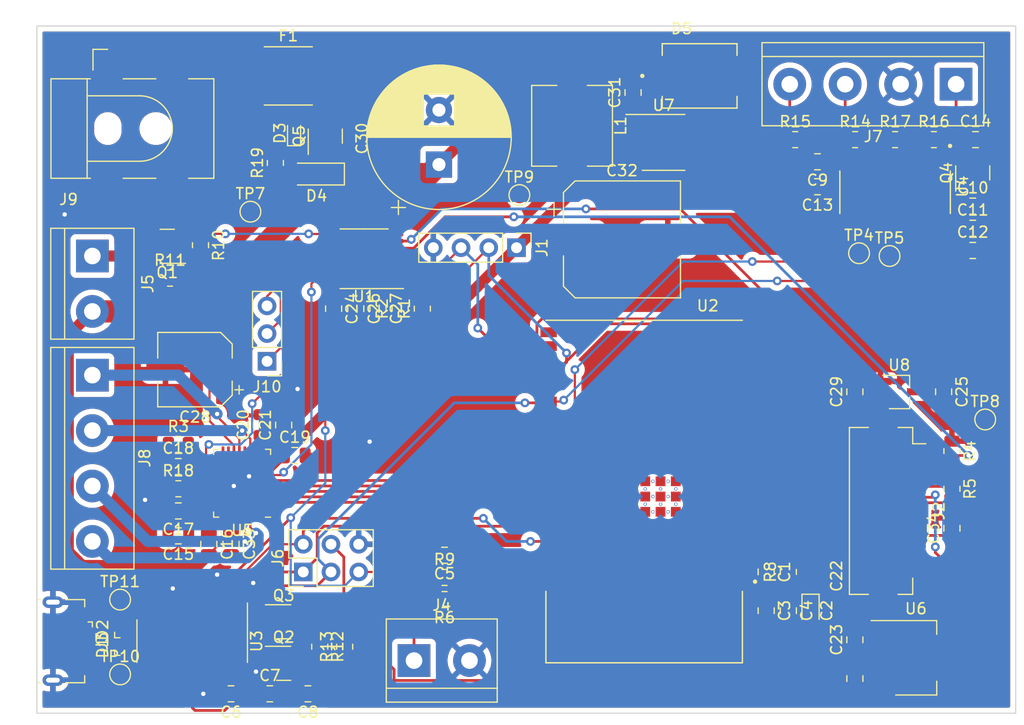
<source format=kicad_pcb>
(kicad_pcb (version 20211014) (generator pcbnew)
  (layers (0 "F.Cu" signal) (31 "B.Cu" signal) (34 "B.Paste" user) (35 "F.Paste" user) (36 "B.SilkS" user "B.Silkscreen") (37 "F.SilkS" user "F.Silkscreen") (38 "B.Mask" user) (39 "F.Mask" user) (44 "Edge.Cuts" user))
  (net 0 "")
  (net 1 "/EN")
  (net 2 "GND")
  (net 3 "+3V3")
  (net 4 "/BTN")
  (net 5 "Net-(C9-Pad1)")
  (net 6 "Net-(C9-Pad2)")
  (net 7 "Net-(C13-Pad1)")
  (net 8 "Net-(C14-Pad1)")
  (net 9 "Net-(C15-Pad1)")
  (net 10 "Net-(C15-Pad2)")
  (net 11 "Net-(C16-Pad1)")
  (net 12 "+24V")
  (net 13 "Net-(C17-Pad1)")
  (net 14 "/Stepper_driver/5VOUT")
  (net 15 "+1V2")
  (net 16 "+2V8")
  (net 17 "Net-(D1-Pad2)")
  (net 18 "Net-(D2-Pad2)")
  (net 19 "Net-(D3-Pad2)")
  (net 20 "Net-(D4-Pad2)")
  (net 21 "/I2C_SCL")
  (net 22 "/I2C_SDA")
  (net 25 "Net-(J5-Pad1)")
  (net 26 "/DBG_TX")
  (net 27 "/DBG_RX")
  (net 28 "/IO0")
  (net 29 "Net-(J7-Pad3)")
  (net 30 "Net-(J7-Pad4)")
  (net 31 "Net-(J8-Pad1)")
  (net 32 "Net-(J8-Pad2)")
  (net 33 "Net-(J8-Pad3)")
  (net 34 "Net-(J8-Pad4)")
  (net 35 "Net-(F1-Pad1)")
  (net 36 "Net-(Q1-Pad1)")
  (net 37 "Net-(Q2-Pad1)")
  (net 38 "Net-(Q2-Pad2)")
  (net 39 "Net-(Q3-Pad1)")
  (net 40 "Net-(Q3-Pad2)")
  (net 41 "/CAM_PWN")
  (net 42 "/CAM_RST")
  (net 43 "/LEDS")
  (net 44 "Net-(R16-Pad1)")
  (net 45 "Net-(D5-PadC)")
  (net 46 "/WEIGHT_CLK")
  (net 47 "/STEPPER_EN")
  (net 48 "/STEPPER_DIR")
  (net 49 "/CAM_Y7")
  (net 50 "/CAM_Y6")
  (net 51 "/CAM_Y8")
  (net 52 "/CAM_Y4")
  (net 53 "/STEPPER_SDO")
  (net 54 "/CAM_Y2")
  (net 55 "/CAM_Y5")
  (net 56 "/CAM_Y3")
  (net 57 "/STEPPER_SCK")
  (net 61 "/CAM_PCLK")
  (net 62 "/STEPPER_STEP")
  (net 64 "/STEPPER_CS")
  (net 65 "/CAM_XCLK")
  (net 66 "/CAM_VSYNC")
  (net 69 "/STEPPER_SDI")
  (net 70 "/CAM_HREF")
  (net 71 "/CAM_Y9")
  (net 82 "Net-(J10-Pad1)")
  (net 91 "Net-(J10-Pad2)")
  (net 92 "Net-(J10-Pad3)")
  (net 93 "Net-(Q4-Pad1)")
  (net 94 "Net-(R3-Pad2)")
  (net 98 "Net-(J4-Pad1)")
  (footprint "Capacitor_SMD:C_0805_2012Metric" (layer "F.Cu") (at 41.082 103.378 180)
    (fp_text reference "C8")
    (fp_text value "10nF")
  )
  (footprint "Capacitor_SMD:C_0805_2012Metric" (layer "F.Cu") (at 45.466 68.072 -90)
    (fp_text reference "C26")
    (fp_text value "100nF")
  )
  (footprint "Capacitor_SMD:C_0805_2012Metric" (layer "F.Cu") (at 53.594 90.678 180)
    (fp_text reference "C5")
    (fp_text value "100nF")
  )
  (footprint "Connector_PinHeader_2.54mm:PinHeader_1x03_P2.54mm_Vertical" (layer "F.Cu") (at 37.338 72.898 180)
    (fp_text reference "J10")
    (fp_text value "Conn_01x03_Male")
  )
  (footprint "Capacitor_SMD:C_0805_2012Metric" (layer "F.Cu") (at 29.21 82.55)
    (fp_text reference "C18")
    (fp_text value "4.7uF")
  )
  (footprint "TestPoint:TestPoint_Pad_D1.5mm" (layer "F.Cu") (at 91.567 62.992)
    (fp_text reference "TP4")
    (fp_text value "TestPoint")
  )
  (footprint "Resistor_SMD:R_0805_2012Metric" (layer "F.Cu") (at 85.09 92.202 90)
    (fp_text reference "R8")
    (fp_text value "10k")
  )
  (footprint "TestPoint:TestPoint_Pad_D1.5mm" (layer "F.Cu") (at 103.124 78.232)
    (fp_text reference "TP8")
    (fp_text value "TestPoint")
  )
  (footprint "Capacitor_SMD:C_0805_2012Metric" (layer "F.Cu") (at 87.757 56.896 180)
    (fp_text reference "C13")
    (fp_text value "1uF")
  )
  (footprint "TerminalBlock:TerminalBlock_bornier-4_P5.08mm" (layer "F.Cu") (at 100.457 47.498 180)
    (fp_text reference "J7")
    (fp_text value "weight")
  )
  (footprint "Resistor_SMD:R_0805_2012Metric" (layer "F.Cu") (at 85.725 52.578)
    (fp_text reference "R15")
    (fp_text value "100")
  )
  (footprint "Capacitor_SMD:C_0805_2012Metric" (layer "F.Cu") (at 87.757 54.61 180)
    (fp_text reference "C9")
    (fp_text value "100nF")
  )
  (footprint "Resistor_SMD:R_0805_2012Metric" (layer "F.Cu") (at 51.562 68.072 90)
    (fp_text reference "R1")
    (fp_text value "10k")
  )
  (footprint "hamboard:Diodes_DFN1006" (layer "F.Cu") (at 23.876 99.156 90)
    (fp_text reference "D1")
    (fp_text value "ESD9B5.0ST5G")
  )
  (footprint "Resistor_SMD:R_0805_2012Metric" (layer "F.Cu") (at 53.594 92.71)
    (fp_text reference "R9")
    (fp_text value "10k")
  )
  (footprint "Package_TO_SOT_SMD:SOT-223-3_TabPin2" (layer "F.Cu") (at 96.774 100.076)
    (fp_text reference "U6")
    (fp_text value "AMS1117-1.2")
  )
  (footprint "Resistor_SMD:R_0805_2012Metric" (layer "F.Cu") (at 42.164 99.06 -90)
    (fp_text reference "R12")
    (fp_text value "10k")
  )
  (footprint "Connector_PinHeader_2.54mm:PinHeader_1x04_P2.54mm_Vertical" (layer "F.Cu") (at 60.188 62.484 -90)
    (fp_text reference "J1")
    (fp_text value "i2c")
  )
  (footprint "Package_SO:SOIC-8_3.9x4.9mm_P1.27mm" (layer "F.Cu") (at 73.66 52.832)
    (fp_text reference "U7")
    (fp_text value "xl1509-3v3")
  )
  (footprint "lib:XCVR_ESP32-WROVER-E-N4R8" (layer "F.Cu") (at 71.882 84.836 180)
    (fp_text reference "U2")
    (fp_text value "ESP32-WROVER-E")
  )
  (footprint "Capacitor_THT:CP_Radial_D13.0mm_P5.00mm" (layer "F.Cu") (at 53.086 54.864 90)
    (fp_text reference "C30")
    (fp_text value "680uF/50V")
  )
  (footprint "Connector_PinHeader_2.54mm:PinHeader_2x03_P2.54mm_Vertical" (layer "F.Cu") (at 40.655 92.207 90)
    (fp_text reference "J6")
    (fp_text value "programmer")
  )
  (footprint "Connector_BarrelJack:BarrelJack_CLIFF_FC681465S_SMT_Horizontal" (layer "F.Cu") (at 25.654 51.562)
    (fp_text reference "J9")
    (fp_text value "Barrel_Jack")
  )
  (footprint "Capacitor_SMD:CP_Elec_6.3x7.7" (layer "F.Cu") (at 30.734 73.66 180)
    (fp_text reference "C28")
    (fp_text value "47uF")
  )
  (footprint "Capacitor_SMD:C_0805_2012Metric" (layer "F.Cu") (at 91.186 75.692 90)
    (fp_text reference "C29")
    (fp_text value "1uF")
  )
  (footprint "Resistor_SMD:R_0805_2012Metric" (layer "F.Cu") (at 49.53 68.072 90)
    (fp_text reference "R2")
    (fp_text value "10k")
  )
  (footprint "Inductor_SMD:L_7.3x7.3_H3.5" (layer "F.Cu") (at 65.278 51.308 -90)
    (fp_text reference "L1")
    (fp_text value "47uH/2A, MWSA0603S-470MT")
  )
  (footprint "Diode_SMD:D_SOD-523" (layer "F.Cu") (at 39.812 51.986 90)
    (fp_text reference "D3")
    (fp_text value "SD24_SOD523")
  )
  (footprint "Package_SO:SOP-16_3.9x9.9mm_P1.27mm" (layer "F.Cu") (at 30.48 98.552 -90)
    (fp_text reference "U3")
    (fp_text value "CH340C")
  )
  (footprint "TestPoint:TestPoint_Pad_D1.5mm" (layer "F.Cu") (at 60.452 57.658)
    (fp_text reference "TP9")
    (fp_text value "TestPoint")
  )
  (footprint "Package_DFN_QFN:QFN-36-1EP_5x6mm_P0.5mm_EP3.6x4.1mm" (layer "F.Cu") (at 35.052 84.074 180)
    (fp_text reference "U5")
    (fp_text value "TMC2130-LA")
  )
  (footprint "Resistor_SMD:R_0805_2012Metric" (layer "F.Cu") (at 29.21 80.518)
    (fp_text reference "R3")
    (fp_text value "9k1")
  )
  (footprint "Resistor_SMD:R_0805_2012Metric" (layer "F.Cu") (at 38.1 54.7135 90)
    (fp_text reference "R19")
    (fp_text value "12k")
  )
  (footprint "Package_SO:TSSOP-16_4.4x5mm_P0.65mm" (layer "F.Cu") (at 46.228 63.5 180)
    (fp_text reference "U1")
    (fp_text value "PCA9557PW")
  )
  (footprint "Resistor_SMD:R_0805_2012Metric" (layer "F.Cu") (at 28.448 65.278)
    (fp_text reference "R11")
    (fp_text value "10k")
  )
  (footprint "Package_TO_SOT_SMD:SOT-23" (layer "F.Cu") (at 38.862 100.584)
    (fp_text reference "Q2")
    (fp_text value "S8050")
  )
  (footprint "Capacitor_SMD:C_0805_2012Metric" (layer "F.Cu") (at 101.981 58.674)
    (fp_text reference "C10")
    (fp_text value "1uF")
  )
  (footprint "lib:SOP127P600X180-16N" (layer "F.Cu") (at 94.869 57.404 -90)
    (fp_text reference "U4")
    (fp_text value "HX711")
  )
  (footprint "Capacitor_SMD:CP_Elec_10x10.5" (layer "F.Cu") (at 69.85 61.722)
    (fp_text reference "C32")
    (fp_text value "330uF/35V")
  )
  (footprint "TestPoint:TestPoint_Pad_D1.5mm" (layer "F.Cu") (at 23.876 94.742)
    (fp_text reference "TP11")
    (fp_text value "TestPoint")
  )
  (footprint "Capacitor_SMD:C_0805_2012Metric" (layer "F.Cu") (at 101.981 60.706)
    (fp_text reference "C11")
    (fp_text value "100nF")
  )
  (footprint "Capacitor_SMD:C_0805_2012Metric" (layer "F.Cu") (at 37.592 103.378)
    (fp_text reference "C7")
    (fp_text value "100nF")
  )
  (footprint "Capacitor_SMD:C_0805_2012Metric" (layer "F.Cu") (at 91.186 98.425 90)
    (fp_text reference "C23")
    (fp_text value "1uF")
  )
  (footprint "Capacitor_SMD:C_0805_2012Metric" (layer "F.Cu") (at 47.498 68.072 -90)
    (fp_text reference "C27")
    (fp_text value "10nF")
  )
  (footprint "Capacitor_SMD:C_0805_2012Metric" (layer "F.Cu") (at 29.21 86.614 180)
    (fp_text reference "C17")
    (fp_text value "470nF")
  )
  (footprint "Capacitor_Tantalum_SMD:CP_EIA-1608-10_AVX-L" (layer "F.Cu") (at 87.122 95.758 -90)
    (fp_text reference "C2")
    (fp_text value "22uF")
  )
  (footprint "Capacitor_SMD:C_0805_2012Metric" (layer "F.Cu") (at 32.004 89.662 -90)
    (fp_text reference "C16")
    (fp_text value "100nF")
  )
  (footprint "Capacitor_SMD:C_0805_2012Metric" (layer "F.Cu") (at 34.036 103.378 180)
    (fp_text reference "C6")
    (fp_text value "1uF")
  )
  (footprint "Capacitor_SMD:C_0805_2012Metric" (layer "F.Cu") (at 43.434 68.072 -90)
    (fp_text reference "C24")
    (fp_text value "1uF")
  )
  (footprint "lib:DIOM6859X262N" (layer "F.Cu") (at 76.962 46.736)
    (fp_text reference "D5")
    (fp_text value "SS33")
  )
  (footprint "Capacitor_SMD:C_0805_2012Metric" (layer "F.Cu") (at 34.036 89.662 -90)
    (fp_text reference "C33")
    (fp_text value "100nF")
  )
  (footprint "Package_TO_SOT_SMD:SOT-23" (layer "F.Cu") (at 42.672 52.2565 90)
    (fp_text reference "Q5")
    (fp_text value "AO3401A")
  )
  (footprint "Package_TO_SOT_SMD:SOT-23" (layer "F.Cu") (at 101.981 55.626 90)
    (fp_text reference "Q4")
    (fp_text value "MMBT4403")
  )
  (footprint "TerminalBlock:TerminalBlock_bornier-4_P5.08mm" (layer "F.Cu") (at 21.336 74.168 -90)
    (fp_text reference "J8")
    (fp_text value "STEPPER")
  )
  (footprint "TestPoint:TestPoint_Pad_D1.5mm" (layer "F.Cu") (at 23.876 101.6)
    (fp_text reference "TP10")
    (fp_text value "TestPoint")
  )
  (footprint "Resistor_SMD:R_0805_2012Metric" (layer "F.Cu") (at 53.594 94.742 180)
    (fp_text reference "R6")
    (fp_text value "1k")
  )
  (footprint "Capacitor_SMD:C_0805_2012Metric" (layer "F.Cu") (at 29.21 88.9 180)
    (fp_text reference "C15")
    (fp_text value "22nF")
  )
  (footprint "Capacitor_SMD:C_0805_2012Metric" (layer "F.Cu") (at 36.83 78.74 90)
    (fp_text reference "C20")
    (fp_text value "100nF")
  )
  (footprint "Capacitor_SMD:C_0805_2012Metric" (layer "F.Cu") (at 85.09 95.758 -90)
    (fp_text reference "C4")
    (fp_text value "1uF")
  )
  (footprint "Package_TO_SOT_SMD:SOT-23" (layer "F.Cu") (at 38.862 96.774)
    (fp_text reference "Q3")
    (fp_text value "S8050")
  )
  (footprint "Capacitor_SMD:C_0805_2012Metric" (layer "F.Cu") (at 91.186 101.981 90)
    (fp_text reference "C22")
    (fp_text value "1uF")
  )
  (footprint "Resistor_SMD:R_0805_2012Metric" (layer "F.Cu") (at 44.45 99.06 90)
    (fp_text reference "R13")
    (fp_text value "10k")
  )
  (footprint "Fuse:Fuse_2920_7451Metric" (layer "F.Cu") (at 39.2845 46.736)
    (fp_text reference "F1")
    (fp_text value "Polyfuse 24V/4A")
  )
  (footprint "hamboard:Diodes_DFN1006" (layer "F.Cu") (at 23.876 97.536 90)
    (fp_text reference "D2")
    (fp_text value "ESD9B5.0ST5G")
  )
  (footprint "Resistor_SMD:R_0805_2012Metric" (layer "F.Cu") (at 31.242 62.2535 -90)
    (fp_text reference "R10")
    (fp_text value "0R")
  )
  (footprint "Resistor_SMD:R_0805_2012Metric" (layer "F.Cu") (at 94.869 52.578)
    (fp_text reference "R17")
    (fp_text value "100")
  )
  (footprint "Resistor_SMD:R_0805_2012Metric" (layer "F.Cu") (at 100.076 81.1295 -90)
    (fp_text reference "R4")
    (fp_text value "10k")
  )
  (footprint "Connector_USB:USB_Micro-B_GCT_USB3076-30-A" (layer "F.Cu") (at 18.923 98.552 -90)
    (fp_text reference "J3")
    (fp_text value "USB_B_Micro")
  )
  (footprint "Capacitor_SMD:C_0805_2012Metric" (layer "F.Cu") (at 99.314 75.692 -90)
    (fp_text reference "C25")
    (fp_text value "1uF")
  )
  (footprint "Connector_FFC-FPC:Hirose_FH12-24S-0.5SH_1x24-1MP_P0.50mm_Horizontal" (layer "F.Cu") (at 95.184 86.614 -90)
    (fp_text reference "J2")
    (fp_text value "Conn_01x24_Male")
  )
  (footprint "Resistor_SMD:R_0805_2012Metric" (layer "F.Cu") (at 98.425 52.578)
    (fp_text reference "R16")
    (fp_text value "100")
  )
  (footprint "TerminalBlock:TerminalBlock_bornier-2_P5.08mm" (layer "F.Cu") (at 21.336 63.246 -90)
    (fp_text reference "J5")
    (fp_text value "Screw_Terminal_01x02")
  )
  (footprint "Capacitor_SMD:C_0805_2012Metric" (layer "F.Cu") (at 83.058 95.758 -90)
    (fp_text reference "C3")
    (fp_text value "100nF")
  )
  (footprint "Resistor_SMD:R_0805_2012Metric" (layer "F.Cu") (at 100.076 84.582 -90)
    (fp_text reference "R5")
    (fp_text value "10k")
  )
  (footprint "Diode_SMD:D_MiniMELF" (layer "F.Cu") (at 41.872 55.734 180)
    (fp_text reference "D4")
    (fp_text value "D_Zener 25V")
  )
  (footprint "Capacitor_SMD:C_0805_2012Metric" (layer "F.Cu") (at 38.862 78.74 90)
    (fp_text reference "C21")
    (fp_text value "10nF")
  )
  (footprint "Capacitor_SMD:C_0805_2012Metric" (layer "F.Cu") (at 83.058 92.202 -90)
    (fp_text reference "C1")
    (fp_text value "100nF")
  )
  (footprint "Resistor_SMD:R_0805_2012Metric" (layer "F.Cu") (at 91.2095 52.578)
    (fp_text reference "R14")
    (fp_text value "100")
  )
  (footprint "Package_TO_SOT_SMD:SOT-23" (layer "F.Cu") (at 28.194 62.357 180)
    (fp_text reference "Q1")
    (fp_text value "AO3400A")
  )
  (footprint "Capacitor_SMD:C_0805_2012Metric" (layer "F.Cu") (at 102.235 52.578)
    (fp_text reference "C14")
    (fp_text value "1uF")
  )
  (footprint "TestPoint:TestPoint_Pad_D1.5mm" (layer "F.Cu") (at 94.361 63.246)
    (fp_text reference "TP5")
    (fp_text value "TestPoint")
  )
  (footprint "Capacitor_SMD:C_0805_2012Metric" (layer "F.Cu") (at 101.981 62.738)
    (fp_text reference "C12")
    (fp_text value "10nF")
  )
  (footprint "TerminalBlock:TerminalBlock_bornier-2_P5.08mm" (layer "F.Cu") (at 50.8 100.33)
    (fp_text reference "J4")
    (fp_text value "Screw_Terminal_Btn")
  )
  (footprint "Capacitor_SMD:C_0805_2012Metric" (layer "F.Cu") (at 100.076 88.204 90)
    (fp_text reference "C34")
    (fp_text value "15pF")
  )
  (footprint "Package_TO_SOT_SMD:TSOT-23_HandSoldering" (layer "F.Cu") (at 95.25 75.692)
    (fp_text reference "U8")
    (fp_text value "AIC1747-28")
  )
  (footprint "Resistor_SMD:R_0805_2012Metric" (layer "F.Cu") (at 29.21 84.582)
    (fp_text reference "R18")
    (fp_text value "2R2")
  )
  (footprint "TestPoint:TestPoint_Pad_D1.5mm" (layer "F.Cu") (at 35.814 59.182)
    (fp_text reference "TP7")
    (fp_text value "TestPoint")
  )
  (footprint "Capacitor_SMD:C_0805_2012Metric" (layer "F.Cu") (at 70.866 48.26 90)
    (fp_text reference "C31")
    (fp_text value "100nF")
  )
  (footprint "Capacitor_SMD:C_0805_2012Metric" (layer "F.Cu") (at 39.878 81.534)
    (fp_text reference "C19")
    (fp_text value "1uF")
  )
  (gr_line (start 16.256 42.164) (end 105.918 42.164) (layer "Edge.Cuts") (width 0.1))
  (gr_line (start 16.256 105.156) (end 105.918 105.156) (layer "Edge.Cuts") (width 0.1))
  (gr_line (start 105.918 42.164) (end 105.918 105.156) (layer "Edge.Cuts") (width 0.1))
  (gr_line (start 16.256 42.164) (end 16.256 105.156) (layer "Edge.Cuts") (width 0.1))
  (segment (start 48.975 101.146827) (end 48.975 102.155) (width 0.25) (layer "F.Cu") (net 1))
  (segment (start 83.0955 91.2895) (end 83.058 91.252) (width 0.25) (layer "F.Cu") (net 1))
  (segment (start 44.37 96.541827) (end 44.907086 97.078914) (width 0.25) (layer "F.Cu") (net 1))
  (segment (start 44.37 90.842) (end 44.37 96.541827) (width 0.25) (layer "F.Cu") (net 1))
  (segment (start 39.7995 100.584) (end 40.0255 100.81) (width 0.25) (layer "F.Cu") (net 1))
  (segment (start 85.09 91.2895) (end 83.0955 91.2895) (width 0.25) (layer "F.Cu") (net 1))
  (segment (start 81.007 100.857) (end 81.007 94.106) (width 0.25) (layer "F.Cu") (net 1))
  (segment (start 81.007 94.106) (end 79.792 94.106) (width 0.25) (layer "F.Cu") (net 1))
  (segment (start 45.475 97.646828) (end 44.907086 97.078914) (width 0.25) (layer "F.Cu") (net 1))
  (segment (start 79.709 102.155) (end 81.007 100.857) (width 0.25) (layer "F.Cu") (net 1))
  (segment (start 44.907086 97.078914) (end 48.975 101.146827) (width 0.25) (layer "F.Cu") (net 1))
  (segment (start 83.058 91.252) (end 82.362 90.556) (width 0.25) (layer "F.Cu") (net 1))
  (segment (start 45.138173 98.985) (end 45.475 98.648173) (width 0.25) (layer "F.Cu") (net 1))
  (segment (start 79.632 90.556) (end 80.632 90.556) (width 0.25) (layer "F.Cu") (net 1))
  (segment (start 43.239673 99.508327) (end 43.763 98.985) (width 0.25) (layer "F.Cu") (net 1))
  (segment (start 82.362 90.556) (end 80.632 90.556) (width 0.25) (layer "F.Cu") (net 1))
  (segment (start 43.239673 100.4225) (end 43.239673 99.508327) (width 0.25) (layer "F.Cu") (net 1))
  (segment (start 42.852173 100.81) (end 43.239673 100.4225) (width 0.25) (layer "F.Cu") (net 1))
  (segment (start 79.502 90.686) (end 79.632 90.556) (width 0.25) (layer "F.Cu") (net 1))
  (segment (start 43.763 98.985) (end 45.138173 98.985) (width 0.25) (layer "F.Cu") (net 1))
  (segment (start 79.792 94.106) (end 79.502 93.816) (width 0.25) (layer "F.Cu") (net 1))
  (segment (start 45.475 98.648173) (end 45.475 97.646828) (width 0.25) (layer "F.Cu") (net 1))
  (segment (start 40.0255 100.81) (end 42.852173 100.81) (width 0.25) (layer "F.Cu") (net 1))
  (segment (start 43.195 89.667) (end 44.37 90.842) (width 0.25) (layer "F.Cu") (net 1))
  (segment (start 79.502 93.816) (end 79.502 90.686) (width 0.25) (layer "F.Cu") (net 1))
  (segment (start 48.975 102.155) (end 79.709 102.155) (width 0.25) (layer "F.Cu") (net 1))
  (segment (start 94.234 54.734) (end 94.234 52.8555) (width 0.2) (layer "F.Cu") (net 2))
  (segment (start 32.602 84.324) (end 34.294 84.324) (width 0.2) (layer "F.Cu") (net 2))
  (segment (start 36.302 81.124) (end 36.302 82.824) (width 0.2) (layer "F.Cu") (net 2))
  (segment (start 33.327 81.149) (end 33.327 82.349) (width 0.2) (layer "F.Cu") (net 2))
  (segment (start 33.302 81.124) (end 33.327 81.149) (width 0.2) (layer "F.Cu") (net 2))
  (segment (start 36.302 82.824) (end 35.687 83.439) (width 0.2) (layer "F.Cu") (net 2))
  (segment (start 34.802 84.324) (end 35.052 84.074) (width 0.2) (layer "F.Cu") (net 2))
  (segment (start 30.16 83.033213) (end 30.16 82.55) (width 0.2) (layer "F.Cu") (net 2))
  (segment (start 31.450787 84.324) (end 30.16 83.033213) (width 0.2) (layer "F.Cu") (net 2))
  (segment (start 32.602 84.324) (end 31.450787 84.324) (width 0.2) (layer "F.Cu") (net 2))
  (segment (start 35.302 81.124) (end 35.302 83.824) (width 0.2) (layer "F.Cu") (net 2))
  (segment (start 35.302 83.824) (end 35.052 84.074) (width 0.2) (layer "F.Cu") (net 2))
  (segment (start 35.687 83.439) (end 35.052 84.074) (width 0.2) (layer "F.Cu") (net 2))
  (segment (start 35.302 87.024) (end 35.302 84.324) (width 0.2) (layer "F.Cu") (net 2))
  (segment (start 94.234 52.8555) (end 93.9565 52.578) (width 0.2) (layer "F.Cu") (net 2))
  (segment (start 33.327 82.349) (end 35.052 84.074) (width 0.2) (layer "F.Cu") (net 2))
  (segment (start 35.302 84.324) (end 35.052 84.074) (width 0.2) (layer "F.Cu") (net 2))
  (segment (start 34.294 84.324) (end 34.802 84.324) (width 0.2) (layer "F.Cu") (net 2))
  (via (at 18.796 59.436) (size 0.8) (drill 0.4) (layers "F.Cu" "B.Cu") (net 2))
  (via (at 28.702 93.726) (size 0.8) (drill 0.4) (layers "F.Cu" "B.Cu") (net 2))
  (via (at 46.736 80.264) (size 0.8) (drill 0.4) (layers "F.Cu" "B.Cu") (net 2))
  (via (at 26.162 85.598) (size 0.8) (drill 0.4) (layers "F.Cu" "B.Cu") (net 2))
  (via (at 34.294 84.324) (size 0.8) (drill 0.4) (layers "F.Cu" "B.Cu") (net 2))
  (via (at 31.496 103.378) (size 0.8) (drill 0.4) (layers "F.Cu" "B.Cu") (net 2))
  (via (at 32.766 92.456) (size 0.8) (drill 0.4) (layers "F.Cu" "B.Cu") (net 2))
  (via (at 36.322 101.346) (size 0.8) (drill 0.4) (layers "F.Cu" "B.Cu") (net 2))
  (via (at 40.132 75.438) (size 0.8) (drill 0.4) (layers "F.Cu" "B.Cu") (net 2))
  (via (at 35.687 83.439) (size 0.8) (drill 0.4) (layers "F.Cu" "B.Cu") (net 2))
  (via (at 36.068 93.218) (size 0.8) (drill 0.4) (layers "F.Cu" "B.Cu") (net 2))
  (segment (start 42.672 78.232) (end 42.361091 77.921091) (width 0.2) (layer "F.Cu") (net 3))
  (segment (start 85.09 93.1145) (end 84.0525 92.077) (width 0.25) (layer "F.Cu") (net 3))
  (segment (start 37.692 104.428) (end 36.642 103.378) (width 0.25) (layer "F.Cu") (net 3))
  (segment (start 30.49 104.658) (end 30.734 104.902) (width 0.25) (layer "F.Cu") (net 3))
  (segment (start 31.115 96.052) (end 31.115 95.631) (width 0.25) (layer "F.Cu") (net 3))
  (segment (start 43.3655 67.0535) (end 43.434 67.122) (width 0.2) (layer "F.Cu") (net 3))
  (segment (start 101.124 102.376) (end 101.224 102.276) (width 0.2) (layer "F.Cu") (net 3))
  (segment (start 47.498 67.122) (end 45.466 67.122) (width 0.2) (layer "F.Cu") (net 3))
  (segment (start 99.314 74.742) (end 99.314 64.455) (width 0.2) (layer "F.Cu") (net 3))
  (segment (start 42.032 103.378) (end 40.982 104.428) (width 0.25) (layer "F.Cu") (net 3))
  (segment (start 101.031 60.706) (end 99.946 60.706) (width 0.25) (layer "F.Cu") (net 3))
  (segment (start 38.928 81.534) (end 38.928 81.854) (width 0.2) (layer "F.Cu") (net 3))
  (segment (start 30.49 96.677) (end 30.49 104.658) (width 0.25) (layer "F.Cu") (net 3))
  (segment (start 101.031 60.706) (end 101.031 58.674) (width 0.25) (layer "F.Cu") (net 3))
  (segment (start 42.361091 77.921091) (end 38.928 81.354183) (width 1.016) (layer "F.Cu") (net 3))
  (segment (start 66.319 53.467) (end 71.185 53.467) (width 1.016) (layer "F.Cu") (net 3))
  (segment (start 45.735 92.207) (end 52.1785 92.207) (width 0.2) (layer "F.Cu") (net 3))
  (segment (start 91.186 102.931) (end 87.972 99.717) (width 0.25) (layer "F.Cu") (net 3))
  (segment (start 100.610751 54.734) (end 99.314 54.734) (width 0.25) (layer "F.Cu") (net 3))
  (segment (start 85.09 94.808) (end 85.09 93.1145) (width 0.25) (layer "F.Cu") (net 3))
  (segment (start 98.364 75.692) (end 99.314 74.742) (width 0.25) (layer "F.Cu") (net 3))
  (segment (start 43.434 67.122) (end 45.466 67.122) (width 0.2) (layer "F.Cu") (net 3))
  (segment (start 53.716 68.956) (end 51.326183 68.956) (width 1.016) (layer "F.Cu") (net 3))
  (segment (start 101.031 58.674) (end 76.733396 58.674) (width 0.2) (layer "F.Cu") (net 3))
  (segment (start 31.115 95.631) (end 39.505 87.241) (width 0.25) (layer "F.Cu") (net 3))
  (segment (start 43.3655 65.775) (end 43.3655 67.0535) (width 0.2) (layer "F.Cu") (net 3))
  (segment (start 102.931 56.5635) (end 102.440251 56.5635) (width 0.25) (layer "F.Cu") (net 3))
  (segment (start 76.733396 58.674) (end 71.526396 53.467) (width 0.2) (layer "F.Cu") (net 3))
  (segment (start 53.716 68.956) (end 53.6875 68.9845) (width 1.016) (layer "F.Cu") (net 3))
  (segment (start 65.278 54.508) (end 65.278 57.394) (width 1.016) (layer "F.Cu") (net 3))
  (segment (start 53.6875 68.9845) (end 51.562 68.9845) (width 1.016) (layer "F.Cu") (net 3))
  (segment (start 49.53 68.9845) (end 51.562 68.9845) (width 0.2) (layer "F.Cu") (net 3))
  (segment (start 87.972 95.8955) (end 87.122 95.0455) (width 0.25) (layer "F.Cu") (net 3))
  (segment (start 100.377713 85.4945) (end 102.689075 83.183138) (width 0.2) (layer "F.Cu") (net 3))
  (segment (start 83.058 94.808) (end 85.09 94.808) (width 0.25) (layer "F.Cu") (net 3))
  (segment (start 102.689075 83.183138) (end 102.689075 79.282) (width 0.2) (layer "F.Cu") (net 3))
  (segment (start 101.031 62.738) (end 101.031 60.706) (width 0.25) (layer "F.Cu") (net 3))
  (segment (start 100.584 76.012) (end 99.314 74.742) (width 0.2) (layer "F.Cu") (net 3))
  (segment (start 42.672 79.248) (end 42.672 78.232) (width 0.2) (layer "F.Cu") (net 3))
  (segment (start 38.928 81.354183) (end 38.928 81.534) (width 1.016) (layer "F.Cu") (net 3))
  (segment (start 65.278 57.394) (end 60.188 62.484) (width 1.016) (layer "F.Cu") (net 3))
  (segment (start 49.3605 68.9845) (end 49.53 68.9845) (width 0.2) (layer "F.Cu") (net 3))
  (segment (start 102.689075 79.282) (end 100.584 77.176925) (width 0.2) (layer "F.Cu") (net 3))
  (segment (start 80.883 92.077) (end 80.632 91.826) (width 0.25) (layer "F.Cu") (net 3))
  (segment (start 38.928 81.835652) (end 38.928 81.534) (width 0.2) (layer "F.Cu") (net 3))
  (segment (start 87.972 99.717) (end 87.972 95.8955) (width 0.25) (layer "F.Cu") (net 3))
  (segment (start 37.502 82.824) (end 37.939652 82.824) (width 0.2) (layer "F.Cu") (net 3))
  (segment (start 102.440251 56.5635) (end 100.610751 54.734) (width 0.25) (layer "F.Cu") (net 3))
  (segment (start 101.224 86.6425) (end 100.076 85.4945) (width 0.2) (layer "F.Cu") (net 3))
  (segment (start 99.314 64.455) (end 101.031 62.738) (width 0.2) (layer "F.Cu") (net 3))
  (segment (start 34.986 103.378) (end 34.986 101.113) (width 0.25) (layer "F.Cu") (net 3))
  (segment (start 93.624 102.376) (end 101.124 102.376) (width 0.2) (layer "F.Cu") (net 3))
  (segment (start 33.462 104.902) (end 34.986 103.378) (width 0.25) (layer "F.Cu") (net 3))
  (segment (start 101.031 58.4635) (end 102.931 56.5635) (width 0.25) (layer "F.Cu") (net 3))
  (segment (start 101.224 102.276) (end 101.224 86.6425) (width 0.2) (layer "F.Cu") (net 3))
  (segment (start 40.982 104.428) (end 37.692 104.428) (width 0.25) (layer "F.Cu") (net 3))
  (segment (start 84.0525 92.077) (end 80.883 92.077) (width 0.25) (layer "F.Cu") (net 3))
  (segment (start 85.3275 95.0455) (end 85.09 94.808) (width 0.25) (layer "F.Cu") (net 3))
  (segment (start 31.115 96.052) (end 30.49 96.677) (width 0.25) (layer "F.Cu") (net 3))
  (segment (start 97.034 85.864) (end 99.7065 85.864) (width 0.25) (layer "F.Cu") (net 3))
  (segment (start 34.986 103.378) (end 36.642 103.378) (width 0.25) (layer "F.Cu") (net 3))
  (segment (start 71.526396 53.467) (end 71.185 53.467) (width 0.2) (layer "F.Cu") (net 3))
  (segment (start 91.186 102.931) (end 91.741 102.376) (width 0.25) (layer "F.Cu") (net 3))
  (segment (start 34.986 101.113) (end 34.925 101.052) (width 0.25) (layer "F.Cu") (net 3))
  (segment (start 101.031 58.674) (end 101.031 58.4635) (width 0.25) (layer "F.Cu") (net 3))
  (segment (start 36.83 79.69) (end 38.862 79.69) (width 0.2) (layer "F.Cu") (net 3))
  (segment (start 60.188 62.484) (end 53.716 68.956) (width 1.016) (layer "F.Cu") (net 3))
  (segment (start 47.498 67.122) (end 49.3605 68.9845) (width 0.2) (layer "F.Cu") (net 3))
  (segment (start 91.741 102.376) (end 93.624 102.376) (width 0.25) (layer "F.Cu") (net 3))
  (segment (start 38.928 79.756) (end 38.862 79.69) (width 0.2) (layer "F.Cu") (net 3))
  (segment (start 100.076 85.4945) (end 100.377713 85.4945) (width 0.2) (layer "F.Cu") (net 3))
  (segment (start 100.584 77.176925) (end 100.584 76.012) (width 0.2) (layer "F.Cu") (net 3))
  (segment (start 99.946 60.706) (end 99.314 60.074) (width 0.25) (layer "F.Cu") (net 3))
  (segment (start 38.928 81.534) (end 38.928 79.756) (width 0.2) (layer "F.Cu") (net 3))
  (segment (start 87.122 95.0455) (end 85.3275 95.0455) (width 0.25) (layer "F.Cu") (net 3))
  (segment (start 30.734 104.902) (end 33.462 104.902) (width 0.25) (layer "F.Cu") (net 3))
  (segment (start 52.1785 92.207) (end 52.6815 92.71) (width 0.2) (layer "F.Cu") (net 3))
  (segment (start 37.939652 82.824) (end 38.928 81.835652) (width 0.2) (layer "F.Cu") (net 3))
  (segment (start 65.278 54.508) (end 66.319 53.467) (width 1.016) (layer "F.Cu") (net 3))
  (segment (start 51.326183 68.956) (end 42.361091 77.921091) (width 1.016) (layer "F.Cu") (net 3))
  (segment (start 99.7065 85.864) (end 100.076 85.4945) (width 0.25) (layer "F.Cu") (net 3))
  (segment (start 43.3655 65.125) (end 43.3655 65.775) (width 0.2) (layer "F.Cu") (net 3))
  (segment (start 96.96 75.692) (end 98.364 75.692) (width 0.25) (layer "F.Cu") (net 3))
  (via (at 42.672 79.248) (size 0.8) (drill 0.4) (layers "F.Cu" "B.Cu") (net 3))
  (via (at 39.505 87.241) (size 0.8) (drill 0.4) (layers "F.Cu" "B.Cu") (net 3))
  (segment (start 44.47 93.472) (end 45.735 92.207) (width 0.2) (layer "B.Cu") (net 3))
  (segment (start 39.505 87.241) (end 39.505 93.357) (width 0.2) (layer "B.Cu") (net 3))
  (segment (start 42.672 84.074) (end 42.672 79.248) (width 0.2) (layer "B.Cu") (net 3))
  (segment (start 39.62 93.472) (end 44.47 93.472) (width 0.2) (layer "B.Cu") (net 3))
  (segment (start 39.505 93.357) (end 39.62 93.472) (width 0.2) (layer "B.Cu") (net 3))
  (segment (start 39.505 87.241) (end 42.672 84.074) (width 0.2) (layer "B.Cu") (net 3))
  (segment (start 54.5065 92.71) (end 54.5065 90.7155) (width 0.25) (layer "F.Cu") (net 4))
  (segment (start 63.132 90.556) (end 54.666 90.556) (width 0.25) (layer "F.Cu") (net 4))
  (segment (start 54.5065 94.742) (end 54.5065 92.71) (width 0.25) (layer "F.Cu") (net 4))
  (segment (start 54.5065 90.7155) (end 54.544 90.678) (width 0.25) (layer "F.Cu") (net 4))
  (segment (start 54.666 90.556) (end 54.544 90.678) (width 0.25) (layer "F.Cu") (net 4))
  (segment (start 91.694 54.984426) (end 90.829426 55.849) (width 0.25) (layer "F.Cu") (net 5))
  (segment (start 91.694 53.006) (end 92.122 52.578) (width 0.25) (layer "F.Cu") (net 5))
  (segment (start 91.694 54.734) (end 91.694 53.006) (width 0.25) (layer "F.Cu") (net 5))
  (segment (start 90.829426 55.849) (end 89.946 55.849) (width 0.25) (layer "F.Cu") (net 5))
  (segment (start 91.694 54.734) (end 91.694 54.984426) (width 0.25) (layer "F.Cu") (net 5))
  (segment (start 89.946 55.849) (end 88.707 54.61) (width 0.25) (layer "F.Cu") (net 5))
  (segment (start 88.268 52.578) (end 86.6375 52.578) (width 0.25) (layer "F.Cu") (net 6))
  (segment (start 86.807 52.7475) (end 86.6375 52.578) (width 0.25) (layer "F.Cu") (net 6))
  (segment (start 90.424 54.734) (end 88.268 52.578) (width 0.25) (layer "F.Cu") (net 6))
  (segment (start 86.807 54.61) (end 86.807 52.7475) (width 0.25) (layer "F.Cu") (net 6))
  (segment (start 88.707 56.896) (end 91.052426 56.896) (width 0.25) (layer "F.Cu") (net 7))
  (segment (start 91.052426 56.896) (end 92.964 54.984426) (width 0.25) (layer "F.Cu") (net 7))
  (segment (start 92.964 54.984426) (end 92.964 54.734) (width 0.25) (layer "F.Cu") (net 7))
  (segment (start 100.457 51.308) (end 100.457 47.498) (width 0.25) (layer "F.Cu") (net 8))
  (segment (start 101.448 54.6885) (end 99.3375 52.578) (width 0.25) (layer "F.Cu") (net 8))
  (segment (start 101.285 52.578) (end 101.285 52.136) (width 0.25) (layer "F.Cu") (net 8))
  (segment (start 96.774 54.734) (end 96.774 54.483574) (width 0.25) (layer "F.Cu") (net 8))
  (segment (start 101.285 52.136) (end 100.457 51.308) (width 0.25) (layer "F.Cu") (net 8))
  (segment (start 101.981 54.6885) (end 101.448 54.6885) (width 0.25) (layer "F.Cu") (net 8))
  (segment (start 97.638574 53.619) (end 98.2965 53.619) (width 0.25) (layer "F.Cu") (net 8))
  (segment (start 98.2965 53.619) (end 99.3375 52.578) (width 0.25) (layer "F.Cu") (net 8))
  (segment (start 96.774 54.483574) (end 97.638574 53.619) (width 0.25) (layer "F.Cu") (net 8))
  (segment (start 99.3375 52.578) (end 100.457 51.4585) (width 0.25) (layer "F.Cu") (net 8))
  (segment (start 100.457 51.4585) (end 100.457 51.308) (width 0.25) (layer "F.Cu") (net 8))
  (segment (start 30.16 88.9) (end 30.16 88.766) (width 0.2) (layer "F.Cu") (net 9))
  (segment (start 30.16 88.766) (end 32.602 86.324) (width 0.2) (layer "F.Cu") (net 9))
  (segment (start 31.524 85.824) (end 32.602 85.824) (width 0.2) (layer "F.Cu") (net 10))
  (segment (start 30.988 86.36) (end 31.524 85.824) (width 0.2) (layer "F.Cu") (net 10))
  (segment (start 28.26 88.9) (end 29.285 87.875) (width 0.2) (layer "F.Cu") (net 10))
  (segment (start 30.988 87.288817) (end 30.988 86.36) (width 0.2) (layer "F.Cu") (net 10))
  (segment (start 30.401817 87.875) (end 30.988 87.288817) (width 0.2) (layer "F.Cu") (net 10))
  (segment (start 29.285 87.875) (end 30.401817 87.875) (width 0.2) (layer "F.Cu") (net 10))
  (segment (start 32.004 88.712) (end 32.004 88.495) (width 0.2) (layer "F.Cu") (net 11))
  (segment (start 33.302 87.197) (end 33.302 87.024) (width 0.2) (layer "F.Cu") (net 11))
  (segment (start 32.004 88.495) (end 33.302 87.197) (width 0.2) (layer "F.Cu") (net 11))
  (segment (start 19.128 90.322584) (end 19.128 70.534) (width 1.016) (layer "F.Cu") (net 12))
  (segment (start 31 91.616) (end 20.421416 91.616) (width 1.016) (layer "F.Cu") (net 12))
  (segment (start 34.302 87.024) (end 34.302 88.446) (width 0.2) (layer "F.Cu") (net 12))
  (segment (start 21.336 68.326) (end 31.03 68.326) (width 2.032) (layer "F.Cu") (net 12))
  (segment (start 43.622 55.734) (end 43.622 53.194) (width 0.508) (layer "F.Cu") (net 12))
  (segment (start 33.434 73.66) (end 32.066 75.028) (width 0.2) (layer "F.Cu") (net 12))
  (segment (start 20.421416 91.616) (end 19.128 90.322584) (width 1.016) (layer "F.Cu") (net 12))
  (segment (start 32.004 90.612) (end 31 91.616) (width 1.016) (layer "F.Cu") (net 12))
  (segment (start 31.03 68.326) (end 43.622 55.734) (width 2.032) (layer "F.Cu") (net 12))
  (segment (start 43.622 55.734) (end 52.216 55.734) (width 2.032) (layer "F.Cu") (net 12))
  (segment (start 32.066 75.028) (end 32.066 78.363) (width 0.2) (layer "F.Cu") (net 12))
  (segment (start 33.434 70.73) (end 31.03 68.326) (width 2.032) (layer "F.Cu") (net 12))
  (segment (start 33.904 88.712) (end 32.004 90.612) (width 0.2) (layer "F.Cu") (net 12))
  (segment (start 34.302 87.024) (end 33.802 87.024) (width 0.2) (layer "F.Cu") (net 12))
  (segment (start 34.302 80.599) (end 34.302 81.124) (width 0.2) (layer "F.Cu") (net 12))
  (segment (start 52.216 55.734) (end 53.086 54.864) (width 2.032) (layer "F.Cu") (net 12))
  (segment (start 70.866 50.608) (end 71.185 50.927) (width 1.016) (layer "F.Cu") (net 12))
  (segment (start 34.302 88.446) (end 34.036 88.712) (width 0.2) (layer "F.Cu") (net 12))
  (segment (start 53.086 54.864) (end 57.023 50.927) (width 1.016) (layer "F.Cu") (net 12))
  (segment (start 70.866 49.21) (end 70.866 50.608) (width 1.016) (layer "F.Cu") (net 12))
  (segment (start 57.023 50.927) (end 71.185 50.927) (width 1.016) (layer "F.Cu") (net 12))
  (segment (start 33.434 73.66) (end 33.434 70.73) (width 2.032) (layer "F.Cu") (net 12))
  (segment (start 32.066 78.363) (end 34.302 80.599) (width 0.2) (layer "F.Cu") (net 12))
  (segment (start 34.036 88.712) (end 33.904 88.712) (width 0.2) (layer "F.Cu") (net 12))
  (segment (start 19.128 70.534) (end 21.336 68.326) (width 1.016) (layer "F.Cu") (net 12))
  (segment (start 31.45 85.324) (end 32.602 85.324) (width 0.2) (layer "F.Cu") (net 13))
  (segment (start 30.16 86.614) (end 31.45 85.324) (width 0.2) (layer "F.Cu") (net 13))
  (segment (start 28.2975 84.582) (end 28.2975 84.7515) (width 0.2) (layer "F.Cu") (net 13))
  (segment (start 28.2975 84.7515) (end 30.16 86.614) (width 0.2) (layer "F.Cu") (net 13))
  (segment (start 30.1225 84.582) (end 30.3645 84.824) (width 0.2) (layer "F.Cu") (net 14))
  (segment (start 30.3645 84.824) (end 32.602 84.824) (width 0.2) (layer "F.Cu") (net 14))
  (segment (start 28.2975 80.518) (end 28.2975 82.5125) (width 0.2) (layer "F.Cu") (net 14))
  (segment (start 28.2975 82.5125) (end 28.26 82.55) (width 0.2) (layer "F.Cu") (net 14))
  (segment (start 28.26 82.55) (end 28.26 82.7195) (width 0.2) (layer "F.Cu") (net 14))
  (segment (start 28.26 82.7195) (end 30.1225 84.582) (width 0.2) (layer "F.Cu") (net 14))
  (segment (start 93.624 100.076) (end 99.924 100.076) (width 0.25) (layer "F.Cu") (net 15))
  (segment (start 98.552 90.424) (end 98.552 89.916) (width 0.25) (layer "F.Cu") (net 15))
  (segment (start 91.887 100.076) (end 93.624 100.076) (width 0.25) (layer "F.Cu") (net 15))
  (segment (start 98.552 90.424) (end 99.924 91.796) (width 0.25) (layer "F.Cu") (net 15))
  (segment (start 98.3275 85.364) (end 97.034 85.364) (width 0.25) (layer "F.Cu") (net 15))
  (segment (start 91.186 99.375) (end 91.887 100.076) (width 0.25) (layer "F.Cu") (net 15))
  (segment (start 99.924 100.076) (end 99.924 91.796) (width 0.25) (layer "F.Cu") (net 15))
  (segment (start 98.552 85.1395) (end 98.3275 85.364) (width 0.25) (layer "F.Cu") (net 15))
  (via (at 98.552 89.916) (size 0.8) (drill 0.4) (layers "F.Cu" "B.Cu") (net 15))
  (via (at 98.552 85.1395) (size 0.8) (drill 0.4) (layers "F.Cu" "B.Cu") (net 15))
  (segment (start 98.552 89.916) (end 98.552 85.1395) (width 0.25) (layer "B.Cu") (net 15))
  (segment (start 98.009 82.17) (end 97.815 82.364) (width 0.25) (layer "F.Cu") (net 16))
  (segment (start 97.815 82.364) (end 97.034 82.364) (width 0.25) (layer "F.Cu") (net 16))
  (segment (start 94.676 76.642) (end 98.009 79.975) (width 0.25) (layer "F.Cu") (net 16))
  (segment (start 91.186 76.642) (end 93.54 76.642) (width 0.25) (layer "F.Cu") (net 16))
  (segment (start 93.54 76.642) (end 94.676 76.642) (width 0.25) (layer "F.Cu") (net 16))
  (segment (start 98.009 79.975) (end 98.009 82.17) (width 0.25) (layer "F.Cu") (net 16))
  (segment (start 29.845 96.453751) (end 29.845 96.052) (width 0.25) (layer "F.Cu") (net 17))
  (segment (start 23.876 98.806) (end 23.622 98.552) (width 0.25) (layer "F.Cu") (net 17))
  (segment (start 23.622 98.552) (end 20.373 98.552) (width 0.25) (layer "F.Cu") (net 17))
  (segment (start 23.876 98.806) (end 27.492751 98.806) (width 0.25) (layer "F.Cu") (net 17))
  (segment (start 27.492751 98.806) (end 29.845 96.453751) (width 0.25) (layer "F.Cu") (net 17))
  (segment (start 24.667 97.377) (end 27.845 97.377) (width 0.25) (layer "F.Cu") (net 18))
  (segment (start 28.575 96.647) (end 28.575 96.052) (width 0.25) (layer "F.Cu") (net 18))
  (segment (start 21.989 97.186) (end 21.273 97.902) (width 0.25) (layer "F.Cu") (net 18))
  (segment (start 23.876 97.186) (end 24.476 97.186) (width 0.25) (layer "F.Cu") (net 18))
  (segment (start 21.273 97.902) (end 20.373 97.902) (width 0.25) (layer "F.Cu") (net 18))
  (segment (start 23.876 97.186) (end 21.989 97.186) (width 0.25) (layer "F.Cu") (net 18))
  (segment (start 24.476 97.186) (end 24.667 97.377) (width 0.25) (layer "F.Cu") (net 18))
  (segment (start 27.845 97.377) (end 28.575 96.647) (width 0.25) (layer "F.Cu") (net 18))
  (segment (start 39.812 51.286) (end 42.639 51.286) (width 0.508) (layer "F.Cu") (net 19))
  (segment (start 42.639 51.286) (end 42.672 51.319) (width 0.508) (layer "F.Cu") (net 19))
  (segment (start 42.672 46.736) (end 42.672 51.319) (width 0.508) (layer "F.Cu") (net 19))
  (segment (start 38.208 55.734) (end 38.1 55.626) (width 0.508) (layer "F.Cu") (net 20))
  (segment (start 41.722 54.134) (end 40.122 55.734) (width 0.508) (layer "F.Cu") (net 20))
  (segment (start 41.722 53.194) (end 41.722 54.134) (width 0.508) (layer "F.Cu") (net 20))
  (segment (start 40.122 55.734) (end 38.208 55.734) (width 0.508) (layer "F.Cu") (net 20))
  (segment (start 51.562 67.1595) (end 50.1775 65.775) (width 0.2) (layer "F.Cu") (net 21))
  (segment (start 54.357 65.775) (end 57.648 62.484) (width 0.2) (layer "F.Cu") (net 21))
  (segment (start 68.207 69.461) (end 63.622 74.046) (width 0.25) (layer "F.Cu") (net 21))
  (segment (start 81.707 70.173396) (end 81.707 69.461) (width 0.25) (layer "F.Cu") (net 21))
  (segment (start 81.707 69.461) (end 68.207 69.461) (width 0.25) (layer "F.Cu") (net 21))
  (segment (start 97.034 82.864) (end 94.397604 82.864) (width 0.25) (layer "F.Cu") (net 21))
  (segment (start 49.0905 65.775) (end 54.357 65.775) (width 0.2) (layer "F.Cu") (net 21))
  (segment (start 63.622 74.046) (end 63.132 74.046) (width 0.25) (layer "F.Cu") (net 21))
  (segment (start 50.1775 65.775) (end 49.0905 65.775) (width 0.2) (layer "F.Cu") (net 21))
  (segment (start 64.77 72.988) (end 63.712 74.046) (width 0.25) (layer "F.Cu") (net 21))
  (segment (start 64.77 72.136) (end 64.77 72.988) (width 0.25) (layer "F.Cu") (net 21))
  (segment (start 63.712 74.046) (end 63.132 74.046) (width 0.25) (layer "F.Cu") (net 21))
  (segment (start 94.397604 82.864) (end 81.707 70.173396) (width 0.25) (layer "F.Cu") (net 21))
  (via (at 64.77 72.136) (size 0.8) (drill 0.4) (layers "F.Cu" "B.Cu") (net 21))
  (segment (start 57.648 65.014) (end 64.77 72.136) (width 0.25) (layer "B.Cu") (net 21))
  (segment (start 57.648 62.484) (end 57.648 65.014) (width 0.25) (layer "B.Cu") (net 21))
  (segment (start 63.132 75.316) (end 62.108 75.316) (width 0.25) (layer "F.Cu") (net 22))
  (segment (start 48.053 66.040685) (end 48.053 65.231) (width 0.2) (layer "F.Cu") (net 22))
  (segment (start 62.108 75.316) (end 56.642 69.85) (width 0.25) (layer "F.Cu") (net 22))
  (segment (start 49.171815 67.1595) (end 48.053 66.040685) (width 0.2) (layer "F.Cu") (net 22))
  (segment (start 81.893396 69.011) (end 91.694 78.811604) (width 0.25) (layer "F.Cu") (net 22))
  (segment (start 49.0905 65.125) (end 52.467 65.125) (width 0.2) (layer "F.Cu") (net 22))
  (segment (start 62.057 74.821) (end 62.057 69.461) (width 0.25) (layer "F.Cu") (net 22))
  (segment (start 91.694 78.811604) (end 91.694 79.524) (width 0.25) (layer "F.Cu") (net 22))
  (segment (start 49.53 67.1595) (end 49.171815 67.1595) (width 0.2) (layer "F.Cu") (net 22))
  (segment (start 91.694 79.524) (end 94.034 81.864) (width 0.25) (layer "F.Cu") (net 22))
  (segment (start 48.053 65.231) (end 48.159 65.125) (width 0.2) (layer "F.Cu") (net 22))
  (segment (start 62.507 69.011) (end 81.893396 69.011) (width 0.25) (layer "F.Cu") (net 22))
  (segment (start 52.467 65.125) (end 55.108 62.484) (width 0.2) (layer "F.Cu") (net 22))
  (segment (start 62.552 75.316) (end 62.057 74.821) (width 0.25) (layer "F.Cu") (net 22))
  (segment (start 48.159 65.125) (end 49.0905 65.125) (width 0.2) (layer "F.Cu") (net 22))
  (segment (start 94.034 81.864) (end 97.034 81.864) (width 0.25) (layer "F.Cu") (net 22))
  (segment (start 63.132 75.316) (end 62.552 75.316) (width 0.25) (layer "F.Cu") (net 22))
  (segment (start 62.057 69.461) (end 62.507 69.011) (width 0.25) (layer "F.Cu") (net 22))
  (via (at 56.642 69.85) (size 0.8) (drill 0.4) (layers "F.Cu" "B.Cu") (net 22))
  (segment (start 56.642 64.018) (end 55.108 62.484) (width 0.25) (layer "B.Cu") (net 22))
  (segment (start 56.642 69.85) (end 56.642 64.018) (width 0.25) (layer "B.Cu") (net 22))
  (segment (start 26.3675 63.246) (end 27.2565 62.357) (width 1.016) (layer "F.Cu") (net 25))
  (segment (start 21.336 63.246) (end 26.3675 63.246) (width 1.016) (layer "F.Cu") (net 25))
  (segment (start 35.55 97.098751) (end 35.271751 97.377) (width 0.25) (layer "F.Cu") (net 26))
  (segment (start 32.385 96.453751) (end 32.385 96.052) (width 0.25) (layer "F.Cu") (net 26))
  (segment (start 41.929278 90.932722) (end 41.929278 88.626722) (width 0.25) (layer "F.Cu") (net 26))
  (segment (start 35.271751 97.377) (end 33.308249 97.377) (width 0.25) (layer "F.Cu") (net 26))
  (segment (start 42.54 88.016) (end 63.132 88.016) (width 0.25) (layer "F.Cu") (net 26))
  (segment (start 38.857 92.207) (end 35.55 95.514) (width 0.25) (layer "F.Cu") (net 26))
  (segment (start 33.308249 97.377) (end 32.385 96.453751) (width 0.25) (layer "F.Cu") (net 26))
  (segment (start 40.655 92.207) (end 38.857 92.207) (width 0.25) (layer "F.Cu") (net 26))
  (segment (start 35.55 95.514) (end 35.55 97.098751) (width 0.25) (layer "F.Cu") (net 26))
  (segment (start 41.929278 88.626722) (end 42.54 88.016) (width 0.25) (layer "F.Cu") (net 26))
  (segment (start 40.655 92.207) (end 41.929278 90.932722) (width 0.25) (layer "F.Cu") (net 26))
  (segment (start 37.841 89.667) (end 40.655 89.667) (width 0.2) (layer "F.Cu") (net 27))
  (segment (start 61.468 89.408) (end 63.01 89.408) (width 0.25) (layer "F.Cu") (net 27))
  (segment (start 33.655 93.853) (end 37.841 89.667) (width 0.2) (layer "F.Cu") (net 27))
  (segment (start 33.655 96.052) (end 33.655 95.650249) (width 0.25) (layer "F.Cu") (net 27))
  (segment (start 63.01 89.408) (end 63.132 89.286) (width 0.25) (layer "F.Cu") (net 27))
  (segment (start 40.655 88.464919) (end 41.828419 87.2915) (width 0.25) (layer "F.Cu") (net 27))
  (segment (start 41.828419 87.2915) (end 57.15 87.2915) (width 0.25) (layer "F.Cu") (net 27))
  (segment (start 40.655 89.667) (end 40.655 88.464919) (width 0.25) (layer "F.Cu") (net 27))
  (segment (start 33.655 96.052) (end 33.655 93.853) (width 0.2) (layer "F.Cu") (net 27))
  (via (at 57.15 87.2915) (size 0.8) (drill 0.4) (layers "F.Cu" "B.Cu") (net 27))
  (via (at 61.468 89.408) (size 0.8) (drill 0.4) (layers "F.Cu" "B.Cu") (net 27))
  (segment (start 57.15 87.2915) (end 59.2665 89.408) (width 0.25) (layer "B.Cu") (net 27))
  (segment (start 59.2665 89.408) (end 61.468 89.408) (width 0.25) (layer "B.Cu") (net 27))
  (segment (start 63.132 76.586) (end 64.384 76.586) (width 0.2) (layer "F.Cu") (net 28))
  (segment (start 84.074 65.532) (end 92.075 65.532) (width 0.2) (layer "F.Cu") (net 28))
  (segment (start 37.465249 96.774) (end 36.83 96.138751) (width 0.25) (layer "F.Cu") (net 28))
  (segment (start 94.361 60.201) (end 94.234 60.074) (width 0.2) (layer "F.Cu") (net 28))
  (segment (start 64.384 76.586) (end 64.516 76.454) (width 0.2) (layer "F.Cu") (net 28))
  (segment (start 63.01 76.708) (end 63.132 76.586) (width 0.25) (layer "F.Cu") (net 28))
  (segment (start 38.867249 93.472) (end 41.93 93.472) (width 0.25) (layer "F.Cu") (net 28))
  (segment (start 39.7995 96.774) (end 37.465249 96.774) (width 0.25) (layer "F.Cu") (net 28))
  (segment (start 36.83 96.138751) (end 36.83 95.509249) (width 0.25) (layer "F.Cu") (net 28))
  (segment (start 36.83 95.509249) (end 38.867249 93.472) (width 0.25) (layer "F.Cu") (net 28))
  (segment (start 60.96 76.708) (end 63.01 76.708) (width 0.25) (layer "F.Cu") (net 28))
  (segment (start 94.361 63.246) (end 94.361 60.201) (width 0.2) (layer "F.Cu") (net 28))
  (segment (start 41.93 93.472) (end 43.195 92.207) (width 0.25) (layer "F.Cu") (net 28))
  (segment (start 92.075 65.532) (end 94.361 63.246) (width 0.2) (layer "F.Cu") (net 28))
  (via (at 84.074 65.532) (size 0.8) (drill 0.4) (layers "F.Cu" "B.Cu") (net 28))
  (via (at 60.96 76.708) (size 0.8) (drill 0.4) (layers "F.Cu" "B.Cu") (net 28))
  (via (at 64.516 76.454) (size 0.8) (drill 0.4) (layers "F.Cu" "B.Cu") (net 28))
  (segment (start 64.516 76.454) (end 75.438 65.532) (width 0.2) (layer "B.Cu") (net 28))
  (segment (start 75.438 65.532) (end 84.074 65.532) (width 0.2) (layer "B.Cu") (net 28))
  (segment (start 42.02 89.180299) (end 54.492299 76.708) (width 0.25) (layer "B.Cu") (net 28))
  (segment (start 43.195 92.207) (end 42.02 91.032) (width 0.25) (layer "B.Cu") (net 28))
  (segment (start 42.02 91.032) (end 42.02 89.180299) (width 0.25) (layer "B.Cu") (net 28))
  (segment (start 54.492299 76.708) (end 60.96 76.708) (width 0.25) (layer "B.Cu") (net 28))
  (segment (start 90.297 52.578) (end 90.297 47.498) (width 0.25) (layer "F.Cu") (net 29))
  (segment (start 84.8125 52.578) (end 85.217 52.1735) (width 0.25) (layer "F.Cu") (net 30))
  (segment (start 85.217 52.1735) (end 85.217 47.498) (width 0.25) (layer "F.Cu") (net 30))
  (segment (start 34.802 79.98795) (end 32.766 77.95195) (width 0.2) (layer "F.Cu") (net 31))
  (segment (start 32.766 77.95195) (end 32.766 77.724) (width 0.2) (layer "F.Cu") (net 31))
  (segment (start 34.802 81.124) (end 34.802 79.98795) (width 0.2) (layer "F.Cu") (net 31))
  (via (at 32.766 77.724) (size 0.8) (drill 0.4) (layers "F.Cu" "B.Cu") (net 31))
  (segment (start 29.21 74.168) (end 32.766 77.724) (width 1.016) (layer "B.Cu") (net 31))
  (segment (start 21.336 74.168) (end 29.21 74.168) (width 1.016) (layer "B.Cu") (net 31))
  (segment (start 35.802 81.124) (end 35.802 79.998) (width 0.2) (layer "F.Cu") (net 32))
  (segment (start 35.802 79.998) (end 35.052 79.248) (width 0.2) (layer "F.Cu") (net 32))
  (via (at 35.052 79.248) (size 0.8) (drill 0.4) (layers "F.Cu" "B.Cu") (net 32))
  (segment (start 21.336 79.248) (end 35.052 79.248) (width 1.016) (layer "B.Cu") (net 32))
  (segment (start 34.802 87.024) (end 34.802 87.975183) (width 0.2) (layer "F.Cu") (net 33))
  (segment (start 35.306 88.479183) (end 35.306 89.408) (width 0.2) (layer "F.Cu") (net 33))
  (segment (start 34.802 87.975183) (end 35.306 88.479183) (width 0.2) (layer "F.Cu") (net 33))
  (via (at 35.306 89.408) (size 0.8) (drill 0.4) (layers "F.Cu" "B.Cu") (net 33))
  (segment (start 26.416 89.408) (end 35.306 89.408) (width 1.016) (layer "B.Cu") (net 33))
  (segment (start 21.336 84.328) (end 26.416 89.408) (width 1.016) (layer "B.Cu") (net 33))
  (segment (start 35.802 88.126) (end 36.322 88.646) (width 0.2) (layer "F.Cu") (net 34))
  (segment (start 35.802 87.024) (end 35.802 88.126) (width 0.2) (layer "F.Cu") (net 34))
  (via (at 36.322 88.646) (size 0.8) (drill 0.4) (layers "F.Cu" "B.Cu") (net 34))
  (segment (start 35.525684 90.908) (end 36.522 89.911684) (width 1.016) (layer "B.Cu") (net 34))
  (segment (start 36.522 89.911684) (end 36.522 88.846) (width 1.016) (layer "B.Cu") (net 34))
  (segment (start 36.522 88.846) (end 36.322 88.646) (width 1.016) (layer "B.Cu") (net 34))
  (segment (start 22.836 90.908) (end 35.525684 90.908) (width 1.016) (layer "B.Cu") (net 34))
  (segment (start 21.336 89.408) (end 22.836 90.908) (width 1.016) (layer "B.Cu") (net 34))
  (segment (start 28.654 46.062) (end 35.223 46.062) (width 2.032) (layer "F.Cu") (net 35))
  (segment (start 22.654 46.062) (end 28.654 46.062) (width 2.032) (layer "F.Cu") (net 35))
  (segment (start 35.223 46.062) (end 35.897 46.736) (width 2.032) (layer "F.Cu") (net 35))
  (segment (start 31.242 63.166) (end 29.2725 63.166) (width 0.2) (layer "F.Cu") (net 36))
  (segment (start 29.2725 63.166) (end 29.1315 63.307) (width 0.2) (layer "F.Cu") (net 36))
  (segment (start 29.1315 63.307) (end 29.1315 65.049) (width 0.2) (layer "F.Cu") (net 36))
  (segment (start 29.1315 65.049) (end 29.3605 65.278) (width 0.2) (layer "F.Cu") (net 36))
  (segment (start 42.164 99.9725) (end 41.8255 99.634) (width 0.25) (layer "F.Cu") (net 37))
  (segment (start 41.8255 99.634) (end 37.9245 99.634) (width 0.25) (layer "F.Cu") (net 37))
  (segment (start 32.385 101.052) (end 32.385 100.650249) (width 0.25) (layer "F.Cu") (net 38))
  (segment (start 32.385 100.650249) (end 33.467249 99.568) (width 0.25) (layer "F.Cu") (net 38))
  (segment (start 42.8885 101.534) (end 44.45 99.9725) (width 0.25) (layer "F.Cu") (net 38))
  (segment (start 33.467249 99.568) (end 35.9585 99.568) (width 0.25) (layer "F.Cu") (net 38))
  (segment (start 35.9585 99.568) (end 37.9245 101.534) (width 0.25) (layer "F.Cu") (net 38))
  (segment (start 37.9245 101.534) (end 42.8885 101.534) (width 0.25) (layer "F.Cu") (net 38))
  (segment (start 44.45 98.1475) (end 43.689673 98.1475) (width 0.25) (layer "F.Cu") (net 39))
  (segment (start 41.366173 95.824) (end 37.9245 95.824) (width 0.25) (layer "F.Cu") (net 39))
  (segment (start 43.689673 98.1475) (end 41.366173 95.824) (width 0.25) (layer "F.Cu") (net 39))
  (segment (start 41.7405 97.724) (end 42.164 98.1475) (width 0.25) (layer "F.Cu") (net 40))
  (segment (start 37.9245 97.724) (end 41.7405 97.724) (width 0.25) (layer "F.Cu") (net 40))
  (segment (start 37.6045 98.044) (end 37.9245 97.724) (width 0.25) (layer "F.Cu") (net 40))
  (segment (start 31.115 101.052) (end 31.115 100.650249) (width 0.25) (layer "F.Cu") (net 40))
  (segment (start 31.115 100.650249) (end 33.721249 98.044) (width 0.25) (layer "F.Cu") (net 40))
  (segment (start 33.721249 98.044) (end 37.6045 98.044) (width 0.25) (layer "F.Cu") (net 40))
  (segment (start 50.768305 62.525) (end 53.640805 59.6525) (width 0.25) (layer "F.Cu") (net 41))
  (segment (start 101.6 81.534) (end 100.584 81.534) (width 0.25) (layer "F.Cu") (net 41))
  (segment (start 53.640805 59.6525) (end 59.944 59.6525) (width 0.25) (layer "F.Cu") (net 41))
  (segment (start 99.462827 84.582) (end 100.689173 84.582) (width 0.25) (layer "F.Cu") (net 41))
  (segment (start 97.034 84.364) (end 99.244827 84.364) (width 0.25) (layer "F.Cu") (net 41))
  (segment (start 101.101 83.067) (end 100.076 82.042) (width 0.25) (layer "F.Cu") (net 41))
  (segment (start 101.101 84.170173) (end 101.101 83.067) (width 0.25) (layer "F.Cu") (net 41))
  (segment (start 100.584 81.534) (end 100.076 82.042) (width 0.25) (layer "F.Cu") (net 41))
  (segment (start 49.0905 62.525) (end 50.768305 62.525) (width 0.25) (layer "F.Cu") (net 41))
  (segment (start 99.244827 84.364) (end 99.462827 84.582) (width 0.25) (layer "F.Cu") (net 41))
  (segment (start 100.689173 84.582) (end 101.101 84.170173) (width 0.25) (layer "F.Cu") (net 41))
  (via (at 59.944 59.6525) (size 0.8) (drill 0.4) (layers "F.Cu" "B.Cu") (net 41))
  (via (at 101.6 81.534) (size 0.8) (drill 0.4) (layers "F.Cu" "B.Cu") (net 41))
  (segment (start 59.944 59.6525) (end 79.7185 59.6525) (width 0.25) (layer "B.Cu") (net 41))
  (segment (start 79.7185 59.6525) (end 101.6 81.534) (width 0.25) (layer "B.Cu") (net 41))
  (segment (start 89.085792 75.567) (end 89.085792 72.829792) (width 0.25) (layer "F.Cu") (net 42))
  (segment (start 75.184 58.928) (end 66.548 58.928) (width 0.25) (layer "F.Cu") (net 42))
  (segment (start 50.546 61.722) (end 50.393 61.875) (width 0.25) (layer "F.Cu") (net 42))
  (segment (start 50.393 61.875) (end 49.0905 61.875) (width 0.25) (layer "F.Cu") (net 42))
  (segment (start 98.459 79.586) (end 94.44 75.567) (width 0.25) (layer "F.Cu") (net 42))
  (segment (start 97.034 83.364) (end 99.7705 83.364) (width 0.25) (layer "F.Cu") (net 42))
  (segment (start 99.7705 83.364) (end 100.076 83.6695) (width 0.25) (layer "F.Cu") (net 42))
  (segment (start 89.085792 72.829792) (end 75.184 58.928) (width 0.25) (layer "F.Cu") (net 42))
  (segment (start 100.076 83.6695) (end 98.459 82.0525) (width 0.25) (layer "F.Cu") (net 42))
  (segment (start 94.44 75.567) (end 89.085792 75.567) (width 0.25) (layer "F.Cu") (net 42))
  (segment (start 98.459 82.0525) (end 98.459 79.586) (width 0.25) (layer "F.Cu") (net 42))
  (via (at 66.548 58.928) (size 0.8) (drill 0.4) (layers "F.Cu" "B.Cu") (net 42))
  (via (at 50.546 61.722) (size 0.8) (drill 0.4) (layers "F.Cu" "B.Cu") (net 42))
  (segment (start 53.34 58.928) (end 50.546 61.722) (width 0.25) (layer "B.Cu") (net 42))
  (segment (start 66.548 58.928) (end 53.34 58.928) (width 0.25) (layer "B.Cu") (net 42))
  (segment (start 43.3655 61.225) (end 41.159 61.225) (width 0.2) (layer "F.Cu") (net 43))
  (segment (start 31.369 61.214) (end 31.242 61.341) (width 0.2) (layer "F.Cu") (net 43))
  (segment (start 33.528 61.214) (end 31.369 61.214) (width 0.2) (layer "F.Cu") (net 43))
  (segment (start 41.159 61.225) (end 41.148 61.214) (width 0.2) (layer "F.Cu") (net 43))
  (via (at 33.528 61.214) (size 0.8) (drill 0.4) (layers "F.Cu" "B.Cu") (net 43))
  (via (at 41.148 61.214) (size 0.8) (drill 0.4) (layers "F.Cu" "B.Cu") (net 43))
  (segment (start 41.148 61.214) (end 33.528 61.214) (width 0.2) (layer "B.Cu") (net 43))
  (segment (start 95.504 52.8555) (end 95.7815 52.578) (width 0.25) (layer "F.Cu") (net 44))
  (segment (start 97.5125 52.578) (end 95.7815 52.578) (width 0.25) (layer "F.Cu") (net 44))
  (segment (start 95.504 54.734) (end 95.504 52.8555) (width 0.25) (layer "F.Cu") (net 44))
  (segment (start 73.532 46.736) (end 72.898 46.102) (width 1.016) (layer "F.Cu") (net 45))
  (segment (start 67.284 46.102) (end 65.278 48.108) (width 1.016) (layer "F.Cu") (net 45))
  (segment (start 73.532 51.182) (end 72.517 52.197) (width 1.016) (layer "F.Cu") (net 45))
  (segment (start 72.517 52.197) (end 71.185 52.197) (width 1.016) (layer "F.Cu") (net 45))
  (segment (start 72.898 46.102) (end 67.284 46.102) (width 1.016) (layer "F.Cu") (net 45))
  (segment (start 73.532 46.736) (end 73.532 51.182) (width 1.016) (layer "F.Cu") (net 45))
  (segment (start 81.788 63.754) (end 90.805 63.754) (width 0.2) (layer "F.Cu") (net 46))
  (segment (start 65.532 90.376) (end 65.532 73.66) (width 0.2) (layer "F.Cu") (net 46))
  (segment (start 92.964 61.595) (end 91.567 62.992) (width 0.2) (layer "F.Cu") (net 46))
  (segment (start 92.964 60.074) (end 92.964 61.595) (width 0.2) (layer "F.Cu") (net 46))
  (segment (start 90.805 63.754) (end 91.567 62.992) (width 0.2) (layer "F.Cu") (net 46))
  (segment (start 63.132 91.826) (end 64.082 91.826) (width 0.2) (layer "F.Cu") (net 46))
  (segment (start 64.082 91.826) (end 65.532 90.376) (width 0.2) (layer "F.Cu") (net 46))
  (via (at 65.532 73.66) (size 0.8) (drill 0.4) (layers "F.Cu" "B.Cu") (net 46))
  (via (at 81.788 63.754) (size 0.8) (drill 0.4) (layers "F.Cu" "B.Cu") (net 46))
  (segment (start 75.438 63.754) (end 81.788 63.754) (width 0.2) (layer "B.Cu") (net 46))
  (segment (start 65.532 73.66) (end 75.438 63.754) (width 0.2) (layer "B.Cu") (net 46))
  (segment (start 31.75 82.909652) (end 31.75 80.772) (width 0.2) (layer "F.Cu") (net 47))
  (segment (start 32.602 83.324) (end 32.164348 83.324) (width 0.2) (layer "F.Cu") (net 47))
  (segment (start 31.75 80.772) (end 32.004 80.518) (width 0.2) (layer "F.Cu") (net 47))
  (segment (start 42.712315 63.825) (end 39.393524 67.143791) (width 0.2) (layer "F.Cu") (net 47))
  (segment (start 35.977199 76.779133) (end 39.393524 73.362808) (width 0.2) (layer "F.Cu") (net 47))
  (segment (start 43.3655 63.825) (end 42.712315 63.825) (width 0.2) (layer "F.Cu") (net 47))
  (segment (start 32.164348 83.324) (end 31.75 82.909652) (width 0.2) (layer "F.Cu") (net 47))
  (segment (start 39.393524 73.362808) (end 39.393524 67.143791) (width 0.2) (layer "F.Cu") (net 47))
  (via (at 35.977199 76.779133) (size 0.8) (drill 0.4) (layers "F.Cu" "B.Cu") (net 47))
  (via (at 32.004 80.518) (size 0.8) (drill 0.4) (layers "F.Cu" "B.Cu") (net 47))
  (segment (start 32.004 80.518) (end 34.924685 80.518) (width 0.2) (layer "B.Cu") (net 47))
  (segment (start 34.924685 80.518) (end 35.977199 79.465486) (width 0.2) (layer "B.Cu") (net 47))
  (segment (start 35.977199 79.465486) (end 35.977199 76.779133) (width 0.2) (layer "B.Cu") (net 47))
  (segment (start 38.596 83.324) (end 38.862 83.058) (width 0.2) (layer "F.Cu") (net 48))
  (segment (start 41.402 66.548) (end 41.402 65.785315) (width 0.2) (layer "F.Cu") (net 48))
  (segment (start 37.502 83.324) (end 38.596 83.324) (width 0.2) (layer "F.Cu") (net 48))
  (segment (start 41.402 65.785315) (end 42.712315 64.475) (width 0.2) (layer "F.Cu") (net 48))
  (segment (start 42.712315 64.475) (end 43.3655 64.475) (width 0.2) (layer "F.Cu") (net 48))
  (via (at 41.402 66.548) (size 0.8) (drill 0.4) (layers "F.Cu" "B.Cu") (net 48))
  (via (at 38.862 83.058) (size 0.8) (drill 0.4) (layers "F.Cu" "B.Cu") (net 48))
  (segment (start 41.402 80.518) (end 41.402 66.548) (width 0.2) (layer "B.Cu") (net 48))
  (segment (start 38.862 83.058) (end 41.402 80.518) (width 0.2) (layer "B.Cu") (net 48))
  (segment (start 87.91 88.364) (end 81.212 81.666) (width 0.25) (layer "F.Cu") (net 49))
  (segment (start 81.212 81.666) (end 80.632 81.666) (width 0.25) (layer "F.Cu") (net 49))
  (segment (start 97.034 88.364) (end 87.91 88.364) (width 0.25) (layer "F.Cu") (net 49))
  (segment (start 87.235757 89.364) (end 82.077757 84.206) (width 0.25) (layer "F.Cu") (net 50))
  (segment (start 97.034 89.364) (end 87.235757 89.364) (width 0.25) (layer "F.Cu") (net 50))
  (segment (start 82.077757 84.206) (end 80.632 84.206) (width 0.25) (layer "F.Cu") (net 50))
  (segment (start 88.18 87.364) (end 81.212 80.396) (width 0.25) (layer "F.Cu") (net 51))
  (segment (start 81.212 80.396) (end 80.632 80.396) (width 0.25) (layer "F.Cu") (net 51))
  (segment (start 97.034 87.364) (end 88.18 87.364) (width 0.25) (layer "F.Cu") (net 51))
  (segment (start 97.034 91.364) (end 86.690173 91.364) (width 0.25) (layer "F.Cu") (net 52))
  (segment (start 86.690173 91.364) (end 84.612173 89.286) (width 0.25) (layer "F.Cu") (net 52))
  (segment (start 84.612173 89.286) (end 80.632 89.286) (width 0.25) (layer "F.Cu") (net 52))
  (segment (start 62.132 81.666) (end 63.132 81.666) (width 0.25) (layer "F.Cu") (net 53))
  (segment (start 59.474 84.324) (end 62.132 81.666) (width 0.25) (layer "F.Cu") (net 53))
  (segment (start 37.502 84.324) (end 59.474 84.324) (width 0.25) (layer "F.Cu") (net 53))
  (segment (start 82.711361 85.476) (end 80.632 85.476) (width 0.25) (layer "F.Cu") (net 54))
  (segment (start 87.099361 89.864) (end 82.711361 85.476) (width 0.25) (layer "F.Cu") (net 54))
  (segment (start 97.034 89.864) (end 87.099361 89.864) (width 0.25) (layer "F.Cu") (net 54))
  (segment (start 83.344965 86.746) (end 80.632 86.746) (width 0.25) (layer "F.Cu") (net 55))
  (segment (start 86.962965 90.364) (end 83.344965 86.746) (width 0.25) (layer "F.Cu") (net 55))
  (segment (start 97.034 90.364) (end 86.962965 90.364) (width 0.25) (layer "F.Cu") (net 55))
  (segment (start 97.034 90.864) (end 86.826569 90.864) (width 0.25) (layer "F.Cu") (net 56))
  (segment (start 86.826569 90.864) (end 83.978569 88.016) (width 0.25) (layer "F.Cu") (net 56))
  (segment (start 83.978569 88.016) (end 80.632 88.016) (width 0.25) (layer "F.Cu") (net 56))
  (segment (start 37.502 85.324) (end 61.014 85.324) (width 0.25) (layer "F.Cu") (net 57))
  (segment (start 61.014 85.324) (end 62.132 84.206) (width 0.25) (layer "F.Cu") (net 57))
  (segment (start 62.132 84.206) (end 63.132 84.206) (width 0.25) (layer "F.Cu") (net 57))
  (segment (start 97.034 88.864) (end 87.372153 88.864) (width 0.25) (layer "F.Cu") (net 61))
  (segment (start 87.372153 88.864) (end 81.444153 82.936) (width 0.25) (layer "F.Cu") (net 61))
  (segment (start 99.786 88.864) (end 97.034 88.864) (width 0.25) (layer "F.Cu") (net 61))
  (segment (start 81.444153 82.936) (end 80.632 82.936) (width 0.25) (layer "F.Cu") (net 61))
  (segment (start 100.076 89.154) (end 99.786 88.864) (width 0.25) (layer "F.Cu") (net 61))
  (segment (start 37.502 83.824) (end 56.164 83.824) (width 0.25) (layer "F.Cu") (net 62))
  (segment (start 56.164 83.824) (end 62.132 77.856) (width 0.25) (layer "F.Cu") (net 62))
  (segment (start 62.132 77.856) (end 63.132 77.856) (width 0.25) (layer "F.Cu") (net 62))
  (segment (start 61.44 85.824) (end 62.362 86.746) (width 0.25) (layer "F.Cu") (net 64))
  (segment (start 37.502 85.824) (end 61.44 85.824) (width 0.25) (layer "F.Cu") (net 64))
  (segment (start 62.362 86.746) (end 63.132 86.746) (width 0.25) (layer "F.Cu") (net 64))
  (segment (start 81.212 79.126) (end 88.95 86.864) (width 0.25) (layer "F.Cu") (net 65))
  (segment (start 88.95 86.864) (end 97.034 86.864) (width 0.25) (layer "F.Cu") (net 65))
  (segment (start 80.632 79.126) (end 81.212 79.126) (width 0.25) (layer "F.Cu") (net 65))
  (segment (start 81.212 74.046) (end 80.632 74.046) (width 0.25) (layer "F.Cu") (net 66))
  (segment (start 97.034 83.864) (end 91.03 83.864) (width 0.25) (layer "F.Cu") (net 66))
  (segment (start 91.03 83.864) (end 81.212 74.046) (width 0.25) (layer "F.Cu") (net 66))
  (segment (start 37.502 84.824) (end 60.244 84.824) (width 0.25) (layer "F.Cu") (net 69))
  (segment (start 60.244 84.824) (end 62.132 82.936) (width 0.25) (layer "F.Cu") (net 69))
  (segment (start 62.132 82.936) (end 63.132 82.936) (width 0.25) (layer "F.Cu") (net 69))
  (segment (start 89.49 84.864) (end 81.212 76.586) (width 0.25) (layer "F.Cu") (net 70))
  (segment (start 97.034 84.864) (end 89.49 84.864) (width 0.25) (layer "F.Cu") (net 70))
  (segment (start 81.212 76.586) (end 80.632 76.586) (width 0.25) (layer "F.Cu") (net 70))
  (segment (start 89.72 86.364) (end 81.212 77.856) (width 0.25) (layer "F.Cu") (net 71))
  (segment (start 97.034 86.364) (end 89.72 86.364) (width 0.25) (layer "F.Cu") (net 71))
  (segment (start 81.212 77.856) (end 80.632 77.856) (width 0.25) (layer "F.Cu") (net 71))
  (segment (start 37.338 72.898) (end 38.993524 71.242476) (width 0.2) (layer "F.Cu") (net 82))
  (segment (start 38.993524 71.242476) (end 38.993524 66.416476) (width 0.2) (layer "F.Cu") (net 82))
  (segment (start 42.235 63.175) (end 43.3655 63.175) (width 0.2) (layer "F.Cu") (net 82))
  (segment (start 38.993524 66.416476) (end 42.235 63.175) (width 0.2) (layer "F.Cu") (net 82))
  (segment (start 38.593524 69.102476) (end 37.338 70.358) (width 0.2) (layer "F.Cu") (net 91))
  (segment (start 38.593524 66.25079) (end 38.593524 69.102476) (width 0.2) (layer "F.Cu") (net 91))
  (segment (start 42.319314 62.525) (end 38.593524 66.25079) (width 0.2) (layer "F.Cu") (net 91))
  (segment (start 43.3655 62.525) (end 42.319314 62.525) (width 0.2) (layer "F.Cu") (net 91))
  (segment (start 37.338 66.940628) (end 42.403628 61.875) (width 0.2) (layer "F.Cu") (net 92))
  (segment (start 37.338 67.818) (end 37.338 66.940628) (width 0.2) (layer "F.Cu") (net 92))
  (segment (start 42.403628 61.875) (end 43.3655 61.875) (width 0.2) (layer "F.Cu") (net 92))
  (segment (start 101.031 56.5635) (end 98.3465 56.5635) (width 0.25) (layer "F.Cu") (net 93))
  (segment (start 98.044 56.261) (end 98.044 54.734) (width 0.25) (layer "F.Cu") (net 93))
  (segment (start 98.3465 56.5635) (end 98.044 56.261) (width 0.25) (layer "F.Cu") (net 93))
  (segment (start 31.551827 83.824) (end 30.988 83.260173) (width 0.25) (layer "F.Cu") (net 94))
  (segment (start 32.602 83.824) (end 31.551827 83.824) (width 0.25) (layer "F.Cu") (net 94))
  (segment (start 30.988 81.3835) (end 30.1225 80.518) (width 0.25) (layer "F.Cu") (net 94))
  (segment (start 30.988 83.260173) (end 30.988 81.3835) (width 0.25) (layer "F.Cu") (net 94))
  (segment (start 50.8 96.6235) (end 52.6815 94.742) (width 0.25) (layer "F.Cu") (net 98))
  (segment (start 50.8 100.33) (end 50.8 96.6235) (width 0.25) (layer "F.Cu") (net 98))
  (zone (net 2) (net_name "GND") (layers F&B.Cu) (connect_pads (clearance 0.508)) (min_thickness 0.254) (fill yes (thermal_gap 0.508) (thermal_bridge_width 0.508))
    (polygon (pts (xy 105.918 105.156) (xy 16.256 105.156) (xy 16.256 42.164) (xy 105.918 42.164)))
  )
)
</source>
